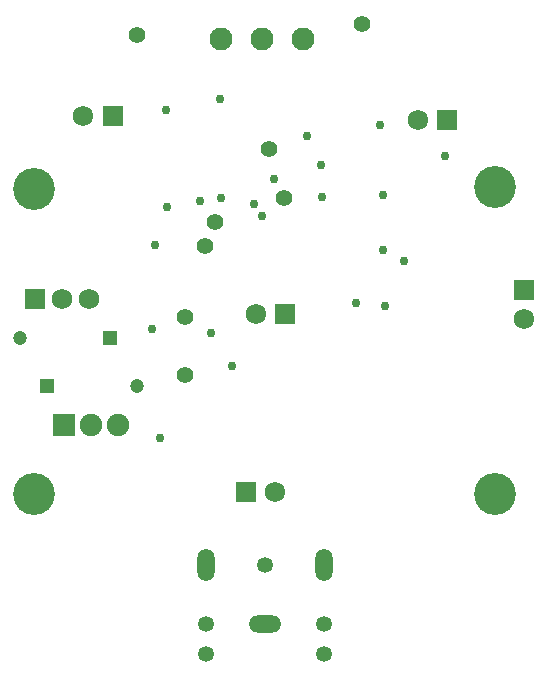
<source format=gbr>
G04*
G04 #@! TF.GenerationSoftware,Altium Limited,Altium Designer,25.4.2 (15)*
G04*
G04 Layer_Color=16711935*
%FSLAX44Y44*%
%MOMM*%
G71*
G04*
G04 #@! TF.SameCoordinates,FCCDDFE3-C2CD-4CD5-A356-5465B3BF4BA8*
G04*
G04*
G04 #@! TF.FilePolarity,Negative*
G04*
G01*
G75*
%ADD23R,1.2000X1.2000*%
%ADD56C,3.5500*%
%ADD57C,1.7250*%
%ADD58R,1.7250X1.7250*%
%ADD59C,1.9000*%
%ADD60R,1.9000X1.9000*%
%ADD61C,1.2000*%
%ADD62C,1.9534*%
%ADD63R,1.7250X1.7250*%
%ADD64C,1.7500*%
%ADD65R,1.7500X1.7500*%
%ADD66O,2.7660X1.4580*%
%ADD67O,1.4580X2.7660*%
%ADD68C,1.3500*%
%ADD69C,0.7500*%
%ADD70C,1.4200*%
D23*
X-130780Y242570D02*
D03*
X-184180Y201930D02*
D03*
D56*
X-195000Y368984D02*
D03*
X195000Y370000D02*
D03*
X-195000Y110000D02*
D03*
X195000D02*
D03*
D57*
X-7420Y262720D02*
D03*
X-153470Y430360D02*
D03*
X219710Y258210D02*
D03*
X129540Y426720D02*
D03*
X8890Y111760D02*
D03*
D58*
X17580Y262720D02*
D03*
X-128470Y430360D02*
D03*
X154540Y426720D02*
D03*
X-16110Y111760D02*
D03*
D59*
X-147320Y168630D02*
D03*
X-124420D02*
D03*
D60*
X-170220D02*
D03*
D61*
X-207040Y242570D02*
D03*
X-107920Y201930D02*
D03*
D62*
X-37338Y495300D02*
D03*
X-2286D02*
D03*
X32766D02*
D03*
D63*
X219710Y283210D02*
D03*
D64*
X-148550Y275590D02*
D03*
X-171450D02*
D03*
D65*
X-194350D02*
D03*
D66*
X0Y0D02*
D03*
D67*
X50000Y50000D02*
D03*
X-50000D02*
D03*
D68*
Y-25000D02*
D03*
Y0D02*
D03*
X0Y50000D02*
D03*
X50000Y-25000D02*
D03*
Y0D02*
D03*
D69*
X152400Y396240D02*
D03*
X-2540Y345440D02*
D03*
X47408Y388620D02*
D03*
X-37510Y444720D02*
D03*
X-27686Y218694D02*
D03*
X7874Y377207D02*
D03*
X35560Y413337D02*
D03*
X118110Y307340D02*
D03*
X-45720Y246380D02*
D03*
X-95250Y250190D02*
D03*
X-82550Y353060D02*
D03*
X-36830Y360878D02*
D03*
X-92710Y321310D02*
D03*
X101600Y269240D02*
D03*
X100330Y316992D02*
D03*
X97790Y422910D02*
D03*
X-83820Y435610D02*
D03*
X-88900Y157480D02*
D03*
X-8890Y355600D02*
D03*
X-54610Y358020D02*
D03*
X48652Y361687D02*
D03*
X100330Y363220D02*
D03*
X77470Y271780D02*
D03*
D70*
X-107950Y499110D02*
D03*
X82550Y508000D02*
D03*
X16099Y361091D02*
D03*
X-50502Y320338D02*
D03*
X-67310Y210820D02*
D03*
Y260350D02*
D03*
X3810Y402590D02*
D03*
X-41910Y340360D02*
D03*
M02*

</source>
